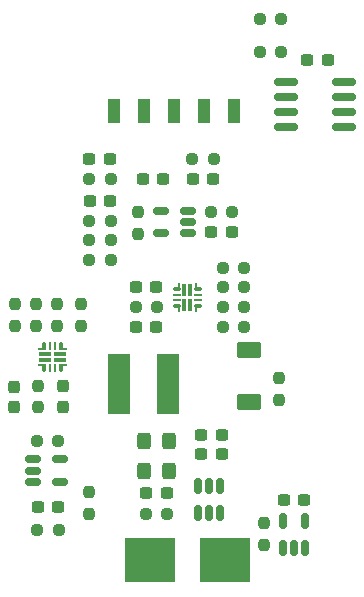
<source format=gbp>
G04 #@! TF.GenerationSoftware,KiCad,Pcbnew,9.0.7*
G04 #@! TF.CreationDate,2026-01-22T23:22:05-05:00*
G04 #@! TF.ProjectId,rocket_power_board,726f636b-6574-45f7-906f-7765725f626f,rev?*
G04 #@! TF.SameCoordinates,Original*
G04 #@! TF.FileFunction,Paste,Bot*
G04 #@! TF.FilePolarity,Positive*
%FSLAX46Y46*%
G04 Gerber Fmt 4.6, Leading zero omitted, Abs format (unit mm)*
G04 Created by KiCad (PCBNEW 9.0.7) date 2026-01-22 23:22:05*
%MOMM*%
%LPD*%
G01*
G04 APERTURE LIST*
G04 Aperture macros list*
%AMRoundRect*
0 Rectangle with rounded corners*
0 $1 Rounding radius*
0 $2 $3 $4 $5 $6 $7 $8 $9 X,Y pos of 4 corners*
0 Add a 4 corners polygon primitive as box body*
4,1,4,$2,$3,$4,$5,$6,$7,$8,$9,$2,$3,0*
0 Add four circle primitives for the rounded corners*
1,1,$1+$1,$2,$3*
1,1,$1+$1,$4,$5*
1,1,$1+$1,$6,$7*
1,1,$1+$1,$8,$9*
0 Add four rect primitives between the rounded corners*
20,1,$1+$1,$2,$3,$4,$5,0*
20,1,$1+$1,$4,$5,$6,$7,0*
20,1,$1+$1,$6,$7,$8,$9,0*
20,1,$1+$1,$8,$9,$2,$3,0*%
G04 Aperture macros list end*
%ADD10RoundRect,0.050000X-0.250000X-0.075000X0.250000X-0.075000X0.250000X0.075000X-0.250000X0.075000X0*%
%ADD11RoundRect,0.050000X0.250000X0.075000X-0.250000X0.075000X-0.250000X-0.075000X0.250000X-0.075000X0*%
%ADD12RoundRect,0.050000X0.250000X0.087500X-0.250000X0.087500X-0.250000X-0.087500X0.250000X-0.087500X0*%
%ADD13RoundRect,0.050000X0.062500X0.275000X-0.062500X0.275000X-0.062500X-0.275000X0.062500X-0.275000X0*%
%ADD14RoundRect,0.050000X0.090000X0.480000X-0.090000X0.480000X-0.090000X-0.480000X0.090000X-0.480000X0*%
%ADD15RoundRect,0.050000X-0.087500X0.250000X-0.087500X-0.250000X0.087500X-0.250000X0.087500X0.250000X0*%
%ADD16RoundRect,0.050000X-0.275000X0.062500X-0.275000X-0.062500X0.275000X-0.062500X0.275000X0.062500X0*%
%ADD17RoundRect,0.050000X-0.480000X0.090000X-0.480000X-0.090000X0.480000X-0.090000X0.480000X0.090000X0*%
%ADD18RoundRect,0.050000X-0.075000X0.250000X-0.075000X-0.250000X0.075000X-0.250000X0.075000X0.250000X0*%
%ADD19RoundRect,0.050000X0.075000X-0.250000X0.075000X0.250000X-0.075000X0.250000X-0.075000X-0.250000X0*%
%ADD20RoundRect,0.237500X0.300000X0.237500X-0.300000X0.237500X-0.300000X-0.237500X0.300000X-0.237500X0*%
%ADD21RoundRect,0.237500X0.237500X-0.250000X0.237500X0.250000X-0.237500X0.250000X-0.237500X-0.250000X0*%
%ADD22RoundRect,0.237500X-0.237500X0.250000X-0.237500X-0.250000X0.237500X-0.250000X0.237500X0.250000X0*%
%ADD23RoundRect,0.237500X-0.250000X-0.237500X0.250000X-0.237500X0.250000X0.237500X-0.250000X0.237500X0*%
%ADD24RoundRect,0.237500X0.250000X0.237500X-0.250000X0.237500X-0.250000X-0.237500X0.250000X-0.237500X0*%
%ADD25RoundRect,0.150000X-0.825000X-0.150000X0.825000X-0.150000X0.825000X0.150000X-0.825000X0.150000X0*%
%ADD26RoundRect,0.237500X-0.237500X0.300000X-0.237500X-0.300000X0.237500X-0.300000X0.237500X0.300000X0*%
%ADD27RoundRect,0.237500X-0.300000X-0.237500X0.300000X-0.237500X0.300000X0.237500X-0.300000X0.237500X0*%
%ADD28RoundRect,0.150000X-0.512500X-0.150000X0.512500X-0.150000X0.512500X0.150000X-0.512500X0.150000X0*%
%ADD29RoundRect,0.150000X0.512500X0.150000X-0.512500X0.150000X-0.512500X-0.150000X0.512500X-0.150000X0*%
%ADD30RoundRect,0.150000X0.150000X-0.512500X0.150000X0.512500X-0.150000X0.512500X-0.150000X-0.512500X0*%
%ADD31RoundRect,0.250000X-0.325000X-0.450000X0.325000X-0.450000X0.325000X0.450000X-0.325000X0.450000X0*%
%ADD32R,1.000000X2.000000*%
%ADD33RoundRect,0.250000X0.800000X-0.450000X0.800000X0.450000X-0.800000X0.450000X-0.800000X-0.450000X0*%
%ADD34R,4.241800X3.810000*%
%ADD35R,1.900000X5.100000*%
%ADD36RoundRect,0.150000X-0.150000X0.512500X-0.150000X-0.512500X0.150000X-0.512500X0.150000X0.512500X0*%
G04 APERTURE END LIST*
D10*
G04 #@! TO.C,U3*
X215482600Y-74730400D03*
X215482600Y-75180400D03*
D11*
X217282600Y-75180400D03*
X217282600Y-74730400D03*
D12*
X215482600Y-75642900D03*
X215482600Y-74267900D03*
D13*
X215670100Y-75830400D03*
X215670100Y-74080400D03*
D14*
X216132600Y-75585400D03*
X216132600Y-74325400D03*
X216632600Y-75585400D03*
X216632600Y-74325400D03*
D13*
X217095100Y-75830400D03*
X217095100Y-74080400D03*
D12*
X217282600Y-75642900D03*
X217282600Y-74267900D03*
G04 #@! TD*
D15*
G04 #@! TO.C,U7*
X204265100Y-79084600D03*
X205640100Y-79084600D03*
D16*
X204077600Y-79272100D03*
X205827600Y-79272100D03*
D17*
X204322600Y-79734600D03*
X205582600Y-79734600D03*
X204322600Y-80234600D03*
X205582600Y-80234600D03*
D16*
X204077600Y-80697100D03*
X205827600Y-80697100D03*
D15*
X204265100Y-80884600D03*
X205640100Y-80884600D03*
D18*
X204727600Y-79084600D03*
X205177600Y-79084600D03*
D19*
X205177600Y-80884600D03*
X204727600Y-80884600D03*
G04 #@! TD*
D20*
G04 #@! TO.C,C9*
X214349500Y-64947800D03*
X212624500Y-64947800D03*
G04 #@! TD*
D21*
G04 #@! TO.C,R23*
X201828400Y-77366500D03*
X201828400Y-75541500D03*
G04 #@! TD*
D22*
G04 #@! TO.C,R29*
X205308200Y-75541500D03*
X205308200Y-77366500D03*
G04 #@! TD*
D23*
G04 #@! TO.C,R12*
X219381700Y-72415400D03*
X221206700Y-72415400D03*
G04 #@! TD*
D24*
G04 #@! TO.C,R5*
X224330900Y-51409600D03*
X222505900Y-51409600D03*
G04 #@! TD*
D20*
G04 #@! TO.C,C2*
X208103300Y-66776600D03*
X209828300Y-66776600D03*
G04 #@! TD*
G04 #@! TO.C,C7*
X212040300Y-77419200D03*
X213765300Y-77419200D03*
G04 #@! TD*
D24*
G04 #@! TO.C,R14*
X219381700Y-75717400D03*
X221206700Y-75717400D03*
G04 #@! TD*
D22*
G04 #@! TO.C,R28*
X203733400Y-82424900D03*
X203733400Y-84249900D03*
G04 #@! TD*
D25*
G04 #@! TO.C,U1*
X224728000Y-60502800D03*
X224728000Y-59232800D03*
X224728000Y-57962800D03*
X224728000Y-56692800D03*
X229678000Y-56692800D03*
X229678000Y-57962800D03*
X229678000Y-59232800D03*
X229678000Y-60502800D03*
G04 #@! TD*
D26*
G04 #@! TO.C,C17*
X201726800Y-82500300D03*
X201726800Y-84225300D03*
G04 #@! TD*
D27*
G04 #@! TO.C,C1*
X226543700Y-54864000D03*
X228268700Y-54864000D03*
G04 #@! TD*
D24*
G04 #@! TO.C,R6*
X224330900Y-54152800D03*
X222505900Y-54152800D03*
G04 #@! TD*
D26*
G04 #@! TO.C,C18*
X205892400Y-82474900D03*
X205892400Y-84199900D03*
G04 #@! TD*
D24*
G04 #@! TO.C,R15*
X211990300Y-75793600D03*
X213815300Y-75793600D03*
G04 #@! TD*
D20*
G04 #@! TO.C,C6*
X212040300Y-74091800D03*
X213765300Y-74091800D03*
G04 #@! TD*
D23*
G04 #@! TO.C,R2*
X208053300Y-70104000D03*
X209878300Y-70104000D03*
G04 #@! TD*
D22*
G04 #@! TO.C,R32*
X207340200Y-75541500D03*
X207340200Y-77366500D03*
G04 #@! TD*
D21*
G04 #@! TO.C,R1*
X224129600Y-83614900D03*
X224129600Y-81789900D03*
G04 #@! TD*
D28*
G04 #@! TO.C,U8*
X203332500Y-90561200D03*
X203332500Y-89611200D03*
X203332500Y-88661200D03*
X205607500Y-88661200D03*
X205607500Y-90561200D03*
G04 #@! TD*
D29*
G04 #@! TO.C,U5*
X216427900Y-67630000D03*
X216427900Y-68580000D03*
X216427900Y-69530000D03*
X214152900Y-69530000D03*
X214152900Y-67630000D03*
G04 #@! TD*
D24*
G04 #@! TO.C,R16*
X209878300Y-71755000D03*
X208053300Y-71755000D03*
G04 #@! TD*
D21*
G04 #@! TO.C,R17*
X212217000Y-69543300D03*
X212217000Y-67718300D03*
G04 #@! TD*
D30*
G04 #@! TO.C,U4*
X226362500Y-96175000D03*
X225412500Y-96175000D03*
X224462500Y-96175000D03*
X224462500Y-93900000D03*
X226362500Y-93900000D03*
G04 #@! TD*
D24*
G04 #@! TO.C,R27*
X214678900Y-93268800D03*
X212853900Y-93268800D03*
G04 #@! TD*
D23*
G04 #@! TO.C,R34*
X216790900Y-63246000D03*
X218615900Y-63246000D03*
G04 #@! TD*
D31*
G04 #@! TO.C,C20*
X212741400Y-87071200D03*
X214791400Y-87071200D03*
G04 #@! TD*
D23*
G04 #@! TO.C,R19*
X221206700Y-77419200D03*
X219381700Y-77419200D03*
G04 #@! TD*
D20*
G04 #@! TO.C,C16*
X214628900Y-91541600D03*
X212903900Y-91541600D03*
G04 #@! TD*
D24*
G04 #@! TO.C,R21*
X220190700Y-67716400D03*
X218365700Y-67716400D03*
G04 #@! TD*
D20*
G04 #@! TO.C,C11*
X220140700Y-69416400D03*
X218415700Y-69416400D03*
G04 #@! TD*
G04 #@! TO.C,C21*
X205459500Y-92710000D03*
X203734500Y-92710000D03*
G04 #@! TD*
D22*
G04 #@! TO.C,R10*
X222885000Y-94083500D03*
X222885000Y-95908500D03*
G04 #@! TD*
D23*
G04 #@! TO.C,R3*
X208053300Y-68453000D03*
X209878300Y-68453000D03*
G04 #@! TD*
D27*
G04 #@! TO.C,C23*
X216840900Y-64908500D03*
X218565900Y-64908500D03*
G04 #@! TD*
D23*
G04 #@! TO.C,R13*
X221206700Y-74066400D03*
X219381700Y-74066400D03*
G04 #@! TD*
D21*
G04 #@! TO.C,R25*
X203606400Y-77366500D03*
X203606400Y-75541500D03*
G04 #@! TD*
D20*
G04 #@! TO.C,C8*
X226256250Y-92137500D03*
X224531250Y-92137500D03*
G04 #@! TD*
D32*
G04 #@! TO.C,J1*
X210159600Y-59140300D03*
X212699600Y-59140300D03*
X215239600Y-59140300D03*
X217779600Y-59140300D03*
X220319600Y-59140300D03*
G04 #@! TD*
D33*
G04 #@! TO.C,D4*
X221640400Y-83784800D03*
X221640400Y-79384800D03*
G04 #@! TD*
D34*
G04 #@! TO.C,F1*
X219587700Y-97200000D03*
X213212300Y-97200000D03*
G04 #@! TD*
D22*
G04 #@! TO.C,R26*
X208026000Y-91416500D03*
X208026000Y-93241500D03*
G04 #@! TD*
D24*
G04 #@! TO.C,R31*
X205458700Y-87071200D03*
X203633700Y-87071200D03*
G04 #@! TD*
D35*
G04 #@! TO.C,L1*
X210574200Y-82296000D03*
X214774200Y-82296000D03*
G04 #@! TD*
D23*
G04 #@! TO.C,R20*
X208053300Y-64947800D03*
X209878300Y-64947800D03*
G04 #@! TD*
D36*
G04 #@! TO.C,U6*
X217261400Y-90906600D03*
X218211400Y-90906600D03*
X219161400Y-90906600D03*
X219161400Y-93181600D03*
X218211400Y-93181600D03*
X217261400Y-93181600D03*
G04 #@! TD*
D20*
G04 #@! TO.C,C14*
X219288400Y-86563200D03*
X217563400Y-86563200D03*
G04 #@! TD*
G04 #@! TO.C,C13*
X219288400Y-88163200D03*
X217563400Y-88163200D03*
G04 #@! TD*
D31*
G04 #@! TO.C,C19*
X212742600Y-89611200D03*
X214792600Y-89611200D03*
G04 #@! TD*
D27*
G04 #@! TO.C,C10*
X208077900Y-63220600D03*
X209802900Y-63220600D03*
G04 #@! TD*
D23*
G04 #@! TO.C,R30*
X203684500Y-94640400D03*
X205509500Y-94640400D03*
G04 #@! TD*
M02*

</source>
